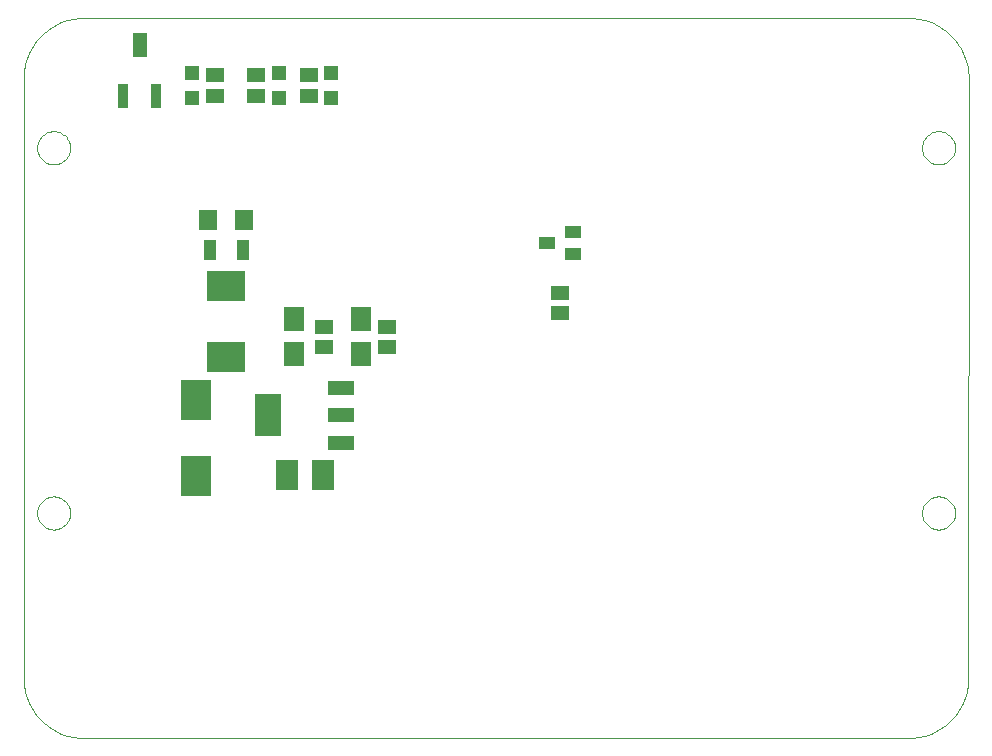
<source format=gtp>
G75*
G70*
%OFA0B0*%
%FSLAX24Y24*%
%IPPOS*%
%LPD*%
%AMOC8*
5,1,8,0,0,1.08239X$1,22.5*
%
%ADD10C,0.0000*%
%ADD11R,0.0880X0.0480*%
%ADD12R,0.0866X0.1417*%
%ADD13R,0.0472X0.0472*%
%ADD14R,0.0600X0.0660*%
%ADD15R,0.0984X0.1378*%
%ADD16R,0.1280X0.0984*%
%ADD17R,0.0768X0.0984*%
%ADD18R,0.0709X0.0846*%
%ADD19R,0.0591X0.0512*%
%ADD20R,0.0551X0.0394*%
%ADD21R,0.0394X0.0709*%
%ADD22R,0.0354X0.0787*%
%ADD23R,0.0512X0.0787*%
D10*
X011180Y009430D02*
X011180Y029430D01*
X011182Y029525D01*
X011189Y029620D01*
X011200Y029715D01*
X011216Y029809D01*
X011236Y029902D01*
X011261Y029993D01*
X011290Y030084D01*
X011323Y030173D01*
X011361Y030261D01*
X011402Y030346D01*
X011448Y030430D01*
X011497Y030511D01*
X011551Y030590D01*
X011608Y030666D01*
X011669Y030740D01*
X011733Y030810D01*
X011800Y030877D01*
X011870Y030941D01*
X011944Y031002D01*
X012020Y031059D01*
X012099Y031113D01*
X012180Y031162D01*
X012264Y031208D01*
X012349Y031249D01*
X012437Y031287D01*
X012526Y031320D01*
X012617Y031349D01*
X012708Y031374D01*
X012801Y031394D01*
X012895Y031410D01*
X012990Y031421D01*
X013085Y031428D01*
X013180Y031430D01*
X040679Y031430D01*
X040774Y031428D01*
X040869Y031421D01*
X040964Y031410D01*
X041057Y031394D01*
X041150Y031374D01*
X041242Y031349D01*
X041333Y031320D01*
X041422Y031287D01*
X041510Y031249D01*
X041596Y031208D01*
X041679Y031162D01*
X041760Y031112D01*
X041839Y031059D01*
X041915Y031002D01*
X041989Y030941D01*
X042059Y030877D01*
X042127Y030810D01*
X042191Y030740D01*
X042251Y030666D01*
X042308Y030590D01*
X042362Y030511D01*
X042411Y030430D01*
X042457Y030346D01*
X042498Y030261D01*
X042536Y030173D01*
X042569Y030084D01*
X042598Y029993D01*
X042623Y029901D01*
X042643Y029808D01*
X042659Y029714D01*
X042670Y029620D01*
X042677Y029525D01*
X042679Y029429D01*
X042679Y029430D02*
X042673Y009430D01*
X042671Y009335D01*
X042664Y009240D01*
X042653Y009146D01*
X042637Y009052D01*
X042617Y008959D01*
X042592Y008867D01*
X042563Y008776D01*
X042530Y008687D01*
X042492Y008599D01*
X042451Y008514D01*
X042405Y008430D01*
X042356Y008349D01*
X042302Y008270D01*
X042245Y008194D01*
X042185Y008120D01*
X042121Y008050D01*
X042053Y007983D01*
X041983Y007919D01*
X041909Y007858D01*
X041833Y007801D01*
X041754Y007748D01*
X041673Y007698D01*
X041590Y007652D01*
X041504Y007611D01*
X041416Y007573D01*
X041327Y007540D01*
X041237Y007511D01*
X041145Y007486D01*
X041052Y007466D01*
X040958Y007450D01*
X040863Y007439D01*
X040768Y007432D01*
X040673Y007430D01*
X013180Y007430D01*
X013085Y007432D01*
X012990Y007439D01*
X012895Y007450D01*
X012801Y007466D01*
X012708Y007486D01*
X012617Y007511D01*
X012526Y007540D01*
X012437Y007573D01*
X012349Y007611D01*
X012264Y007652D01*
X012180Y007698D01*
X012099Y007747D01*
X012020Y007801D01*
X011944Y007858D01*
X011870Y007919D01*
X011800Y007983D01*
X011733Y008050D01*
X011669Y008120D01*
X011608Y008194D01*
X011551Y008270D01*
X011497Y008349D01*
X011448Y008430D01*
X011402Y008514D01*
X011361Y008599D01*
X011323Y008687D01*
X011290Y008776D01*
X011261Y008867D01*
X011236Y008958D01*
X011216Y009051D01*
X011200Y009145D01*
X011189Y009240D01*
X011182Y009335D01*
X011180Y009430D01*
X011629Y014930D02*
X011631Y014977D01*
X011637Y015023D01*
X011647Y015069D01*
X011660Y015114D01*
X011678Y015157D01*
X011699Y015199D01*
X011723Y015239D01*
X011751Y015276D01*
X011782Y015311D01*
X011816Y015344D01*
X011852Y015373D01*
X011891Y015399D01*
X011932Y015422D01*
X011975Y015441D01*
X012019Y015457D01*
X012064Y015469D01*
X012110Y015477D01*
X012157Y015481D01*
X012203Y015481D01*
X012250Y015477D01*
X012296Y015469D01*
X012341Y015457D01*
X012385Y015441D01*
X012428Y015422D01*
X012469Y015399D01*
X012508Y015373D01*
X012544Y015344D01*
X012578Y015311D01*
X012609Y015276D01*
X012637Y015239D01*
X012661Y015199D01*
X012682Y015157D01*
X012700Y015114D01*
X012713Y015069D01*
X012723Y015023D01*
X012729Y014977D01*
X012731Y014930D01*
X012729Y014883D01*
X012723Y014837D01*
X012713Y014791D01*
X012700Y014746D01*
X012682Y014703D01*
X012661Y014661D01*
X012637Y014621D01*
X012609Y014584D01*
X012578Y014549D01*
X012544Y014516D01*
X012508Y014487D01*
X012469Y014461D01*
X012428Y014438D01*
X012385Y014419D01*
X012341Y014403D01*
X012296Y014391D01*
X012250Y014383D01*
X012203Y014379D01*
X012157Y014379D01*
X012110Y014383D01*
X012064Y014391D01*
X012019Y014403D01*
X011975Y014419D01*
X011932Y014438D01*
X011891Y014461D01*
X011852Y014487D01*
X011816Y014516D01*
X011782Y014549D01*
X011751Y014584D01*
X011723Y014621D01*
X011699Y014661D01*
X011678Y014703D01*
X011660Y014746D01*
X011647Y014791D01*
X011637Y014837D01*
X011631Y014883D01*
X011629Y014930D01*
X011629Y027103D02*
X011631Y027150D01*
X011637Y027196D01*
X011647Y027242D01*
X011660Y027287D01*
X011678Y027330D01*
X011699Y027372D01*
X011723Y027412D01*
X011751Y027449D01*
X011782Y027484D01*
X011816Y027517D01*
X011852Y027546D01*
X011891Y027572D01*
X011932Y027595D01*
X011975Y027614D01*
X012019Y027630D01*
X012064Y027642D01*
X012110Y027650D01*
X012157Y027654D01*
X012203Y027654D01*
X012250Y027650D01*
X012296Y027642D01*
X012341Y027630D01*
X012385Y027614D01*
X012428Y027595D01*
X012469Y027572D01*
X012508Y027546D01*
X012544Y027517D01*
X012578Y027484D01*
X012609Y027449D01*
X012637Y027412D01*
X012661Y027372D01*
X012682Y027330D01*
X012700Y027287D01*
X012713Y027242D01*
X012723Y027196D01*
X012729Y027150D01*
X012731Y027103D01*
X012729Y027056D01*
X012723Y027010D01*
X012713Y026964D01*
X012700Y026919D01*
X012682Y026876D01*
X012661Y026834D01*
X012637Y026794D01*
X012609Y026757D01*
X012578Y026722D01*
X012544Y026689D01*
X012508Y026660D01*
X012469Y026634D01*
X012428Y026611D01*
X012385Y026592D01*
X012341Y026576D01*
X012296Y026564D01*
X012250Y026556D01*
X012203Y026552D01*
X012157Y026552D01*
X012110Y026556D01*
X012064Y026564D01*
X012019Y026576D01*
X011975Y026592D01*
X011932Y026611D01*
X011891Y026634D01*
X011852Y026660D01*
X011816Y026689D01*
X011782Y026722D01*
X011751Y026757D01*
X011723Y026794D01*
X011699Y026834D01*
X011678Y026876D01*
X011660Y026919D01*
X011647Y026964D01*
X011637Y027010D01*
X011631Y027056D01*
X011629Y027103D01*
X041125Y027103D02*
X041127Y027150D01*
X041133Y027196D01*
X041143Y027242D01*
X041156Y027287D01*
X041174Y027330D01*
X041195Y027372D01*
X041219Y027412D01*
X041247Y027449D01*
X041278Y027484D01*
X041312Y027517D01*
X041348Y027546D01*
X041387Y027572D01*
X041428Y027595D01*
X041471Y027614D01*
X041515Y027630D01*
X041560Y027642D01*
X041606Y027650D01*
X041653Y027654D01*
X041699Y027654D01*
X041746Y027650D01*
X041792Y027642D01*
X041837Y027630D01*
X041881Y027614D01*
X041924Y027595D01*
X041965Y027572D01*
X042004Y027546D01*
X042040Y027517D01*
X042074Y027484D01*
X042105Y027449D01*
X042133Y027412D01*
X042157Y027372D01*
X042178Y027330D01*
X042196Y027287D01*
X042209Y027242D01*
X042219Y027196D01*
X042225Y027150D01*
X042227Y027103D01*
X042225Y027056D01*
X042219Y027010D01*
X042209Y026964D01*
X042196Y026919D01*
X042178Y026876D01*
X042157Y026834D01*
X042133Y026794D01*
X042105Y026757D01*
X042074Y026722D01*
X042040Y026689D01*
X042004Y026660D01*
X041965Y026634D01*
X041924Y026611D01*
X041881Y026592D01*
X041837Y026576D01*
X041792Y026564D01*
X041746Y026556D01*
X041699Y026552D01*
X041653Y026552D01*
X041606Y026556D01*
X041560Y026564D01*
X041515Y026576D01*
X041471Y026592D01*
X041428Y026611D01*
X041387Y026634D01*
X041348Y026660D01*
X041312Y026689D01*
X041278Y026722D01*
X041247Y026757D01*
X041219Y026794D01*
X041195Y026834D01*
X041174Y026876D01*
X041156Y026919D01*
X041143Y026964D01*
X041133Y027010D01*
X041127Y027056D01*
X041125Y027103D01*
X041125Y014930D02*
X041127Y014977D01*
X041133Y015023D01*
X041143Y015069D01*
X041156Y015114D01*
X041174Y015157D01*
X041195Y015199D01*
X041219Y015239D01*
X041247Y015276D01*
X041278Y015311D01*
X041312Y015344D01*
X041348Y015373D01*
X041387Y015399D01*
X041428Y015422D01*
X041471Y015441D01*
X041515Y015457D01*
X041560Y015469D01*
X041606Y015477D01*
X041653Y015481D01*
X041699Y015481D01*
X041746Y015477D01*
X041792Y015469D01*
X041837Y015457D01*
X041881Y015441D01*
X041924Y015422D01*
X041965Y015399D01*
X042004Y015373D01*
X042040Y015344D01*
X042074Y015311D01*
X042105Y015276D01*
X042133Y015239D01*
X042157Y015199D01*
X042178Y015157D01*
X042196Y015114D01*
X042209Y015069D01*
X042219Y015023D01*
X042225Y014977D01*
X042227Y014930D01*
X042225Y014883D01*
X042219Y014837D01*
X042209Y014791D01*
X042196Y014746D01*
X042178Y014703D01*
X042157Y014661D01*
X042133Y014621D01*
X042105Y014584D01*
X042074Y014549D01*
X042040Y014516D01*
X042004Y014487D01*
X041965Y014461D01*
X041924Y014438D01*
X041881Y014419D01*
X041837Y014403D01*
X041792Y014391D01*
X041746Y014383D01*
X041699Y014379D01*
X041653Y014379D01*
X041606Y014383D01*
X041560Y014391D01*
X041515Y014403D01*
X041471Y014419D01*
X041428Y014438D01*
X041387Y014461D01*
X041348Y014487D01*
X041312Y014516D01*
X041278Y014549D01*
X041247Y014584D01*
X041219Y014621D01*
X041195Y014661D01*
X041174Y014703D01*
X041156Y014746D01*
X041143Y014791D01*
X041133Y014837D01*
X041127Y014883D01*
X041125Y014930D01*
D11*
X021775Y017270D03*
X021775Y018180D03*
X021775Y019090D03*
D12*
X019335Y018180D03*
D13*
X019680Y028767D03*
X019680Y029593D03*
X021430Y029593D03*
X021430Y028767D03*
X016805Y028767D03*
X016805Y029593D03*
D14*
X017330Y024680D03*
X018530Y024680D03*
D15*
X016930Y018710D03*
X016930Y016150D03*
D16*
X017930Y020124D03*
X017930Y022486D03*
D17*
X019955Y016180D03*
X021155Y016180D03*
D18*
X020180Y020224D03*
X020180Y021386D03*
X022430Y021386D03*
X022430Y020224D03*
D19*
X023305Y020470D03*
X023305Y021140D03*
X021180Y021140D03*
X021180Y020470D03*
X029055Y021595D03*
X029055Y022265D03*
X020680Y028845D03*
X020680Y029515D03*
X018930Y029515D03*
X018930Y028845D03*
X017555Y028845D03*
X017555Y029515D03*
D20*
X028622Y023930D03*
X029488Y023556D03*
X029488Y024304D03*
D21*
X018481Y023680D03*
X017379Y023680D03*
D22*
X015606Y028814D03*
X014504Y028814D03*
D23*
X015055Y030546D03*
M02*

</source>
